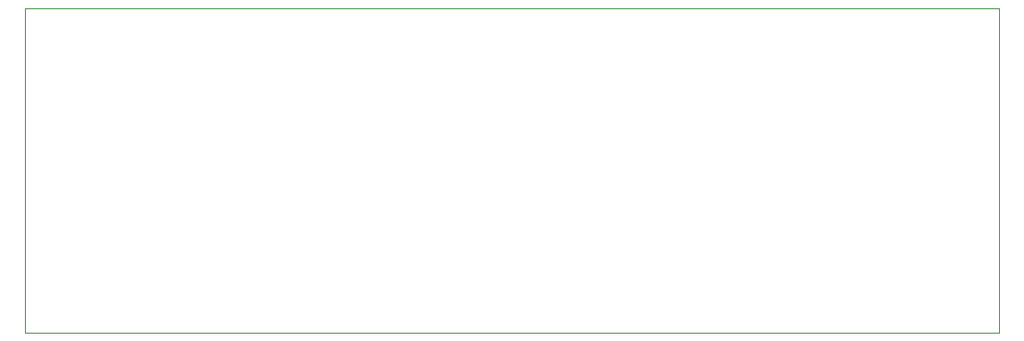
<source format=gbr>
%TF.GenerationSoftware,KiCad,Pcbnew,(6.0.1)*%
%TF.CreationDate,2022-04-25T15:24:58-05:00*%
%TF.ProjectId,Airbrake Controller,41697262-7261-46b6-9520-436f6e74726f,rev?*%
%TF.SameCoordinates,Original*%
%TF.FileFunction,Profile,NP*%
%FSLAX46Y46*%
G04 Gerber Fmt 4.6, Leading zero omitted, Abs format (unit mm)*
G04 Created by KiCad (PCBNEW (6.0.1)) date 2022-04-25 15:24:58*
%MOMM*%
%LPD*%
G01*
G04 APERTURE LIST*
%TA.AperFunction,Profile*%
%ADD10C,0.100000*%
%TD*%
G04 APERTURE END LIST*
D10*
X107410449Y-86906481D02*
X196644321Y-86906481D01*
X196644321Y-86906481D02*
X196644321Y-116636947D01*
X196644321Y-116636947D02*
X107410449Y-116636947D01*
X107410449Y-116636947D02*
X107410449Y-86906481D01*
M02*

</source>
